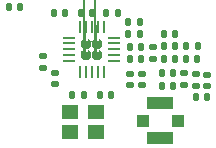
<source format=gbr>
%TF.GenerationSoftware,KiCad,Pcbnew,6.0.11-2627ca5db0~126~ubuntu22.04.1*%
%TF.CreationDate,2023-08-29T09:36:28+02:00*%
%TF.ProjectId,CC1101_868MHz_UFL_RF_Modul_FUEL4EP,43433131-3031-45f3-9836-384d487a5f55,1.2*%
%TF.SameCoordinates,Original*%
%TF.FileFunction,Paste,Top*%
%TF.FilePolarity,Positive*%
%FSLAX46Y46*%
G04 Gerber Fmt 4.6, Leading zero omitted, Abs format (unit mm)*
G04 Created by KiCad (PCBNEW 6.0.11-2627ca5db0~126~ubuntu22.04.1) date 2023-08-29 09:36:28*
%MOMM*%
%LPD*%
G01*
G04 APERTURE LIST*
G04 Aperture macros list*
%AMRoundRect*
0 Rectangle with rounded corners*
0 $1 Rounding radius*
0 $2 $3 $4 $5 $6 $7 $8 $9 X,Y pos of 4 corners*
0 Add a 4 corners polygon primitive as box body*
4,1,4,$2,$3,$4,$5,$6,$7,$8,$9,$2,$3,0*
0 Add four circle primitives for the rounded corners*
1,1,$1+$1,$2,$3*
1,1,$1+$1,$4,$5*
1,1,$1+$1,$6,$7*
1,1,$1+$1,$8,$9*
0 Add four rect primitives between the rounded corners*
20,1,$1+$1,$2,$3,$4,$5,0*
20,1,$1+$1,$4,$5,$6,$7,0*
20,1,$1+$1,$6,$7,$8,$9,0*
20,1,$1+$1,$8,$9,$2,$3,0*%
%AMFreePoly0*
4,1,57,0.212378,0.420986,0.217091,0.421320,0.219625,0.419936,0.226195,0.418983,0.252737,0.401845,0.280456,0.386701,0.386701,0.280456,0.400367,0.262155,0.403938,0.259056,0.404751,0.256283,0.408722,0.250966,0.415371,0.220084,0.424264,0.189771,0.424264,-0.189771,0.420986,-0.212378,0.421320,-0.217092,0.419935,-0.219626,0.418983,-0.226195,0.401847,-0.252734,0.386701,-0.280456,
0.280456,-0.386701,0.262155,-0.400367,0.259056,-0.403938,0.256283,-0.404751,0.250966,-0.408722,0.220084,-0.415371,0.189771,-0.424264,-0.189771,-0.424264,-0.212378,-0.420986,-0.217092,-0.421320,-0.219626,-0.419935,-0.226195,-0.418983,-0.252734,-0.401847,-0.280456,-0.386701,-0.386701,-0.280456,-0.400367,-0.262155,-0.403938,-0.259056,-0.404751,-0.256283,-0.408722,-0.250966,-0.415371,-0.220084,
-0.424264,-0.189771,-0.424264,0.189771,-0.420986,0.212378,-0.421320,0.217091,-0.419936,0.219625,-0.418983,0.226195,-0.401845,0.252737,-0.386701,0.280456,-0.280456,0.386701,-0.262155,0.400367,-0.259056,0.403938,-0.256283,0.404751,-0.250966,0.408722,-0.220084,0.415371,-0.189771,0.424264,0.189771,0.424264,0.212378,0.420986,0.212378,0.420986,$1*%
G04 Aperture macros list end*
%ADD10RoundRect,0.147500X-0.147500X-0.172500X0.147500X-0.172500X0.147500X0.172500X-0.147500X0.172500X0*%
%ADD11RoundRect,0.140000X0.140000X0.170000X-0.140000X0.170000X-0.140000X-0.170000X0.140000X-0.170000X0*%
%ADD12RoundRect,0.140000X-0.140000X-0.170000X0.140000X-0.170000X0.140000X0.170000X-0.140000X0.170000X0*%
%ADD13RoundRect,0.147500X-0.172500X0.147500X-0.172500X-0.147500X0.172500X-0.147500X0.172500X0.147500X0*%
%ADD14RoundRect,0.140000X0.170000X-0.140000X0.170000X0.140000X-0.170000X0.140000X-0.170000X-0.140000X0*%
%ADD15RoundRect,0.140000X-0.170000X0.140000X-0.170000X-0.140000X0.170000X-0.140000X0.170000X0.140000X0*%
%ADD16RoundRect,0.135000X0.135000X0.185000X-0.135000X0.185000X-0.135000X-0.185000X0.135000X-0.185000X0*%
%ADD17R,1.400000X1.200000*%
%ADD18R,1.000000X1.000000*%
%ADD19R,2.200000X1.050000*%
%ADD20FreePoly0,0.000000*%
%ADD21RoundRect,0.062500X-0.425000X-0.062500X0.425000X-0.062500X0.425000X0.062500X-0.425000X0.062500X0*%
%ADD22RoundRect,0.062500X-0.062500X-0.425000X0.062500X-0.425000X0.062500X0.425000X-0.062500X0.425000X0*%
G04 APERTURE END LIST*
D10*
%TO.C,L1*%
X11794000Y8892800D03*
X12764000Y8892800D03*
%TD*%
D11*
%TO.C,C14*%
X8608000Y11811000D03*
X7648000Y11811000D03*
%TD*%
D10*
%TO.C,L7*%
X17365000Y4675000D03*
X18335000Y4675000D03*
%TD*%
%TO.C,L3*%
X14515000Y6731400D03*
X15485000Y6731400D03*
%TD*%
%TO.C,L2*%
X11794000Y7902800D03*
X12764000Y7902800D03*
%TD*%
D11*
%TO.C,C5*%
X17505000Y7900000D03*
X16545000Y7900000D03*
%TD*%
D12*
%TO.C,C3*%
X14520000Y5613800D03*
X15480000Y5613800D03*
%TD*%
D13*
%TO.C,L6*%
X16400000Y6685000D03*
X16400000Y5715000D03*
%TD*%
D14*
%TO.C,C2*%
X13729000Y7904800D03*
X13729000Y8864800D03*
%TD*%
%TO.C,C7*%
X18350000Y5610000D03*
X18350000Y6570000D03*
%TD*%
D15*
%TO.C,C16*%
X5435600Y6728400D03*
X5435600Y5768400D03*
%TD*%
D16*
%TO.C,R1*%
X10797000Y11811000D03*
X9777000Y11811000D03*
%TD*%
D15*
%TO.C,C15*%
X11800000Y6630000D03*
X11800000Y5670000D03*
%TD*%
%TO.C,C17*%
X12800000Y6630000D03*
X12800000Y5670000D03*
%TD*%
D10*
%TO.C,L4*%
X14695600Y8966600D03*
X15665600Y8966600D03*
%TD*%
D17*
%TO.C,Y1*%
X6723200Y1690000D03*
X8923200Y1690000D03*
X8923200Y3390000D03*
X6723200Y3390000D03*
%TD*%
D15*
%TO.C,C13*%
X4470400Y8113600D03*
X4470400Y7153600D03*
%TD*%
D12*
%TO.C,C10*%
X5393000Y11811000D03*
X6353000Y11811000D03*
%TD*%
%TO.C,C4*%
X14680600Y7899800D03*
X15640600Y7899800D03*
%TD*%
%TO.C,C12*%
X11670000Y11000000D03*
X12630000Y11000000D03*
%TD*%
D10*
%TO.C,L5*%
X16590000Y8950000D03*
X17560000Y8950000D03*
%TD*%
D18*
%TO.C,JA3*%
X15875000Y2650000D03*
D19*
X14375000Y4125000D03*
D18*
X12875000Y2650000D03*
D19*
X14375000Y1175000D03*
%TD*%
D12*
%TO.C,C11*%
X11670000Y10025000D03*
X12630000Y10025000D03*
%TD*%
%TO.C,C8*%
X6936800Y4826000D03*
X7896800Y4826000D03*
%TD*%
%TO.C,C1*%
X14680600Y9982600D03*
X15640600Y9982600D03*
%TD*%
D14*
%TO.C,C6*%
X17400000Y5620000D03*
X17400000Y6580000D03*
%TD*%
D11*
%TO.C,C9*%
X10205000Y4801000D03*
X9245000Y4801000D03*
%TD*%
D20*
%TO.C,U1*%
X9054000Y8227800D03*
X8104000Y9177800D03*
X9054000Y9177800D03*
X8104000Y8227800D03*
D21*
X6691500Y9702800D03*
X6691500Y9202800D03*
X6691500Y8702800D03*
X6691500Y8202800D03*
X6691500Y7702800D03*
D22*
X7579000Y6815300D03*
X8079000Y6815300D03*
X8579000Y6815300D03*
X9079000Y6815300D03*
X9579000Y6815300D03*
D21*
X10466500Y7702800D03*
X10466500Y8202800D03*
X10466500Y8702800D03*
X10466500Y9202800D03*
X10466500Y9702800D03*
D22*
X9579000Y10590300D03*
X9079000Y10590300D03*
X8579000Y10590300D03*
X8079000Y10590300D03*
X7579000Y10590300D03*
%TD*%
D10*
%TO.C,FB1*%
X1540000Y12250000D03*
X2510000Y12250000D03*
%TD*%
M02*

</source>
